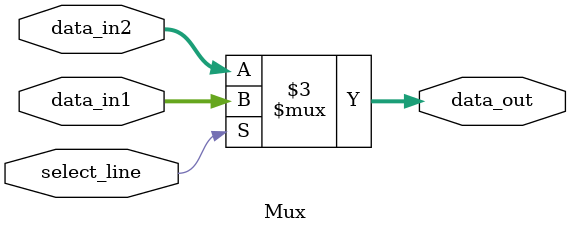
<source format=sv>
module Mux(
    input logic [31:0] data_in1,
    input logic [31:0] data_in2,
    input logic select_line,
    output logic [31:0] data_out 
);
    always_comb begin
        if(select_line)
            data_out = data_in1;
        else
            data_out = data_in2;
    end
endmodule
</source>
